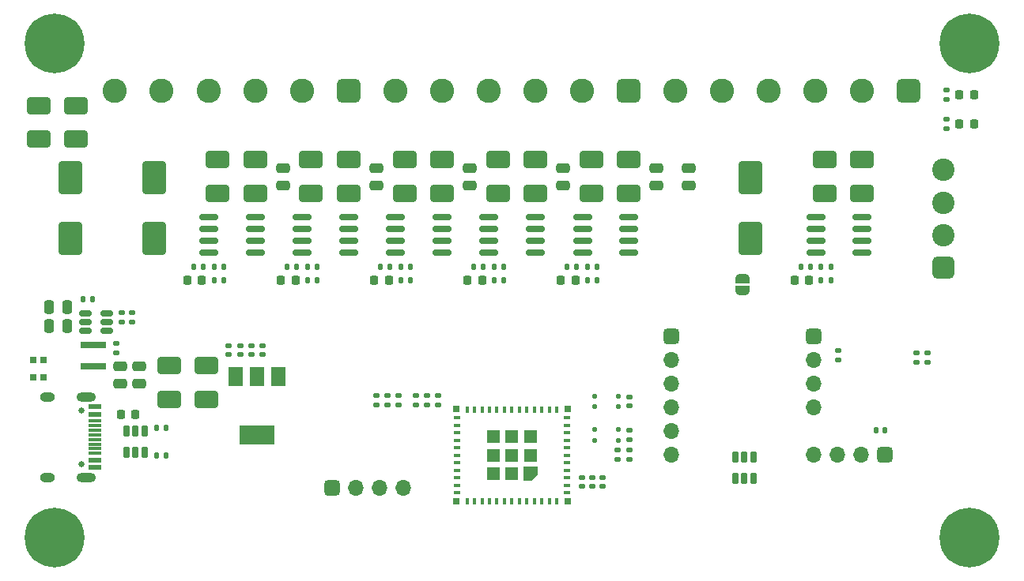
<source format=gbr>
%TF.GenerationSoftware,KiCad,Pcbnew,7.0.9*%
%TF.CreationDate,2023-12-10T19:04:27+01:00*%
%TF.ProjectId,ledctrl,6c656463-7472-46c2-9e6b-696361645f70,rev?*%
%TF.SameCoordinates,Original*%
%TF.FileFunction,Soldermask,Top*%
%TF.FilePolarity,Negative*%
%FSLAX46Y46*%
G04 Gerber Fmt 4.6, Leading zero omitted, Abs format (unit mm)*
G04 Created by KiCad (PCBNEW 7.0.9) date 2023-12-10 19:04:27*
%MOMM*%
%LPD*%
G01*
G04 APERTURE LIST*
G04 Aperture macros list*
%AMRoundRect*
0 Rectangle with rounded corners*
0 $1 Rounding radius*
0 $2 $3 $4 $5 $6 $7 $8 $9 X,Y pos of 4 corners*
0 Add a 4 corners polygon primitive as box body*
4,1,4,$2,$3,$4,$5,$6,$7,$8,$9,$2,$3,0*
0 Add four circle primitives for the rounded corners*
1,1,$1+$1,$2,$3*
1,1,$1+$1,$4,$5*
1,1,$1+$1,$6,$7*
1,1,$1+$1,$8,$9*
0 Add four rect primitives between the rounded corners*
20,1,$1+$1,$2,$3,$4,$5,0*
20,1,$1+$1,$4,$5,$6,$7,0*
20,1,$1+$1,$6,$7,$8,$9,0*
20,1,$1+$1,$8,$9,$2,$3,0*%
%AMFreePoly0*
4,1,19,0.500000,-0.750000,0.000000,-0.750000,0.000000,-0.744911,-0.071157,-0.744911,-0.207708,-0.704816,-0.327430,-0.627875,-0.420627,-0.520320,-0.479746,-0.390866,-0.500000,-0.250000,-0.500000,0.250000,-0.479746,0.390866,-0.420627,0.520320,-0.327430,0.627875,-0.207708,0.704816,-0.071157,0.744911,0.000000,0.744911,0.000000,0.750000,0.500000,0.750000,0.500000,-0.750000,0.500000,-0.750000,
$1*%
%AMFreePoly1*
4,1,19,0.000000,0.744911,0.071157,0.744911,0.207708,0.704816,0.327430,0.627875,0.420627,0.520320,0.479746,0.390866,0.500000,0.250000,0.500000,-0.250000,0.479746,-0.390866,0.420627,-0.520320,0.327430,-0.627875,0.207708,-0.704816,0.071157,-0.744911,0.000000,-0.744911,0.000000,-0.750000,-0.500000,-0.750000,-0.500000,0.750000,0.000000,0.750000,0.000000,0.744911,0.000000,0.744911,
$1*%
%AMFreePoly2*
4,1,6,0.725000,-0.725000,-0.725000,-0.725000,-0.725000,0.125000,-0.125000,0.725000,0.725000,0.725000,0.725000,-0.725000,0.725000,-0.725000,$1*%
G04 Aperture macros list end*
%ADD10RoundRect,0.600000X0.600000X-0.600000X0.600000X0.600000X-0.600000X0.600000X-0.600000X-0.600000X0*%
%ADD11C,2.400000*%
%ADD12C,0.650000*%
%ADD13R,1.450000X0.600000*%
%ADD14R,1.450000X0.300000*%
%ADD15O,2.100000X1.000000*%
%ADD16O,1.600000X1.000000*%
%ADD17RoundRect,0.135000X0.135000X0.185000X-0.135000X0.185000X-0.135000X-0.185000X0.135000X-0.185000X0*%
%ADD18RoundRect,0.425000X0.425000X-0.425000X0.425000X0.425000X-0.425000X0.425000X-0.425000X-0.425000X0*%
%ADD19O,1.700000X1.700000*%
%ADD20RoundRect,0.140000X-0.170000X0.140000X-0.170000X-0.140000X0.170000X-0.140000X0.170000X0.140000X0*%
%ADD21RoundRect,0.218750X-0.218750X-0.256250X0.218750X-0.256250X0.218750X0.256250X-0.218750X0.256250X0*%
%ADD22RoundRect,0.250000X1.000000X0.650000X-1.000000X0.650000X-1.000000X-0.650000X1.000000X-0.650000X0*%
%ADD23RoundRect,0.150000X-0.825000X-0.150000X0.825000X-0.150000X0.825000X0.150000X-0.825000X0.150000X0*%
%ADD24RoundRect,0.425000X-0.425000X0.425000X-0.425000X-0.425000X0.425000X-0.425000X0.425000X0.425000X0*%
%ADD25RoundRect,0.137500X-0.137500X-0.147500X0.137500X-0.147500X0.137500X0.147500X-0.137500X0.147500X0*%
%ADD26RoundRect,0.135000X0.185000X-0.135000X0.185000X0.135000X-0.185000X0.135000X-0.185000X-0.135000X0*%
%ADD27RoundRect,0.140000X0.170000X-0.140000X0.170000X0.140000X-0.170000X0.140000X-0.170000X-0.140000X0*%
%ADD28R,1.500000X2.000000*%
%ADD29R,3.800000X2.000000*%
%ADD30RoundRect,0.650000X0.650000X0.650000X-0.650000X0.650000X-0.650000X-0.650000X0.650000X-0.650000X0*%
%ADD31C,2.600000*%
%ADD32RoundRect,0.250000X-0.475000X0.250000X-0.475000X-0.250000X0.475000X-0.250000X0.475000X0.250000X0*%
%ADD33C,0.800000*%
%ADD34C,6.400000*%
%ADD35RoundRect,0.250000X0.250000X0.475000X-0.250000X0.475000X-0.250000X-0.475000X0.250000X-0.475000X0*%
%ADD36RoundRect,0.135000X-0.185000X0.135000X-0.185000X-0.135000X0.185000X-0.135000X0.185000X0.135000X0*%
%ADD37RoundRect,0.250000X-1.000000X-0.650000X1.000000X-0.650000X1.000000X0.650000X-1.000000X0.650000X0*%
%ADD38RoundRect,0.425000X-0.425000X-0.425000X0.425000X-0.425000X0.425000X0.425000X-0.425000X0.425000X0*%
%ADD39RoundRect,0.218750X0.218750X0.256250X-0.218750X0.256250X-0.218750X-0.256250X0.218750X-0.256250X0*%
%ADD40RoundRect,0.250000X-1.000000X1.500000X-1.000000X-1.500000X1.000000X-1.500000X1.000000X1.500000X0*%
%ADD41FreePoly0,270.000000*%
%ADD42FreePoly1,270.000000*%
%ADD43RoundRect,0.150000X0.150000X-0.475000X0.150000X0.475000X-0.150000X0.475000X-0.150000X-0.475000X0*%
%ADD44RoundRect,0.135000X-0.135000X-0.185000X0.135000X-0.185000X0.135000X0.185000X-0.135000X0.185000X0*%
%ADD45R,2.700000X0.800000*%
%ADD46RoundRect,0.105000X-0.245000X0.245000X-0.245000X-0.245000X0.245000X-0.245000X0.245000X0.245000X0*%
%ADD47R,0.800000X0.400000*%
%ADD48R,0.400000X0.800000*%
%ADD49FreePoly2,180.000000*%
%ADD50R,1.450000X1.450000*%
%ADD51R,0.700000X0.700000*%
%ADD52RoundRect,0.140000X0.140000X0.170000X-0.140000X0.170000X-0.140000X-0.170000X0.140000X-0.170000X0*%
%ADD53RoundRect,0.150000X0.512500X0.150000X-0.512500X0.150000X-0.512500X-0.150000X0.512500X-0.150000X0*%
G04 APERTURE END LIST*
D10*
%TO.C,J9*%
X88700000Y-19000000D03*
D11*
X88700000Y-15500000D03*
X88700000Y-12000000D03*
X88700000Y-8500000D03*
%TD*%
D12*
%TO.C,J4*%
X-3600000Y-34260000D03*
X-3600000Y-40040000D03*
D13*
X-2155000Y-33900000D03*
X-2155000Y-34700000D03*
D14*
X-2155000Y-35900000D03*
X-2155000Y-36900000D03*
X-2155000Y-37400000D03*
X-2155000Y-38400000D03*
D13*
X-2155000Y-39600000D03*
X-2155000Y-40400000D03*
X-2155000Y-40400000D03*
X-2155000Y-39600000D03*
D14*
X-2155000Y-38900000D03*
X-2155000Y-37900000D03*
X-2155000Y-36400000D03*
X-2155000Y-35400000D03*
D13*
X-2155000Y-34700000D03*
X-2155000Y-33900000D03*
D15*
X-3070000Y-32830000D03*
D16*
X-7250000Y-32830000D03*
D15*
X-3070000Y-41470000D03*
D16*
X-7250000Y-41470000D03*
%TD*%
D17*
%TO.C,R16*%
X11635000Y-18900000D03*
X10615000Y-18900000D03*
%TD*%
D18*
%TO.C,J5*%
X23280000Y-42600000D03*
D19*
X25820000Y-42600000D03*
X28360000Y-42600000D03*
X30900000Y-42600000D03*
%TD*%
D20*
%TO.C,C3*%
X100000Y-27120000D03*
X100000Y-28080000D03*
%TD*%
D21*
%TO.C,D20*%
X7737499Y-20300001D03*
X9312499Y-20300001D03*
%TD*%
D17*
%TO.C,R22*%
X11635000Y-20300000D03*
X10615000Y-20300000D03*
%TD*%
%TO.C,R19*%
X41634999Y-18900000D03*
X40614999Y-18900000D03*
%TD*%
D22*
%TO.C,D5*%
X9800000Y-33100000D03*
X5800000Y-33100000D03*
%TD*%
D23*
%TO.C,Q4*%
X40050000Y-13595000D03*
X40050000Y-14865000D03*
X40050000Y-16135000D03*
X40050000Y-17405000D03*
X45000000Y-17405000D03*
X45000000Y-16135000D03*
X45000000Y-14865000D03*
X45000000Y-13595000D03*
%TD*%
D17*
%TO.C,R29*%
X39435001Y-18900000D03*
X38415001Y-18900000D03*
%TD*%
D24*
%TO.C,J7*%
X82420000Y-39000000D03*
D19*
X79880000Y-39000000D03*
X77340000Y-39000000D03*
X74800000Y-39000000D03*
%TD*%
D17*
%TO.C,R30*%
X51635000Y-20300000D03*
X50615000Y-20300000D03*
%TD*%
%TO.C,R21*%
X76635000Y-18900000D03*
X75615000Y-18900000D03*
%TD*%
D25*
%TO.C,SW1*%
X51375000Y-32740000D03*
X53925000Y-32740000D03*
X51375000Y-33900000D03*
X53925000Y-33900000D03*
%TD*%
D26*
%TO.C,R15*%
X28000000Y-33710000D03*
X28000000Y-32690000D03*
%TD*%
%TO.C,R12*%
X32200000Y-33709999D03*
X32200000Y-32689999D03*
%TD*%
D27*
%TO.C,C6*%
X12200000Y-28280000D03*
X12200000Y-27320000D03*
%TD*%
D20*
%TO.C,C19*%
X52200000Y-41500001D03*
X52200000Y-42460001D03*
%TD*%
D28*
%TO.C,U3*%
X17500000Y-30650000D03*
X15200000Y-30650000D03*
D29*
X15200000Y-36950000D03*
D28*
X12900000Y-30650000D03*
%TD*%
D30*
%TO.C,J2*%
X55000000Y0D03*
D31*
X50000000Y0D03*
X45000000Y0D03*
X40000000Y0D03*
X35000000Y0D03*
X30000000Y0D03*
%TD*%
D17*
%TO.C,R20*%
X51634999Y-18900000D03*
X50614999Y-18900000D03*
%TD*%
D22*
%TO.C,D14*%
X15000000Y-11000000D03*
X11000000Y-11000000D03*
%TD*%
D27*
%TO.C,C9*%
X15800000Y-28280000D03*
X15800000Y-27320000D03*
%TD*%
D22*
%TO.C,D15*%
X25000000Y-11000000D03*
X21000000Y-11000000D03*
%TD*%
D23*
%TO.C,Q1*%
X10050000Y-13595000D03*
X10050000Y-14865000D03*
X10050000Y-16135000D03*
X10050000Y-17405000D03*
X15000000Y-17405000D03*
X15000000Y-16135000D03*
X15000000Y-14865000D03*
X15000000Y-13595000D03*
%TD*%
D32*
%TO.C,C4*%
X600000Y-29550000D03*
X600000Y-31450000D03*
%TD*%
D33*
%TO.C,H2*%
X89100000Y5100000D03*
X89802944Y6797056D03*
X89802944Y3402944D03*
X91500000Y7500000D03*
D34*
X91500000Y5100000D03*
D33*
X91500000Y2700000D03*
X93197056Y6797056D03*
X93197056Y3402944D03*
X93900000Y5100000D03*
%TD*%
D21*
%TO.C,D25*%
X72737499Y-20300001D03*
X74312499Y-20300001D03*
%TD*%
D27*
%TO.C,C25*%
X55050000Y-37400000D03*
X55050000Y-36440000D03*
%TD*%
D22*
%TO.C,D16*%
X35000000Y-11000000D03*
X31000000Y-11000000D03*
%TD*%
D17*
%TO.C,R28*%
X41635000Y-20300000D03*
X40615000Y-20300000D03*
%TD*%
D35*
%TO.C,C1*%
X-5150000Y-25200000D03*
X-7050000Y-25200000D03*
%TD*%
D17*
%TO.C,R31*%
X49435001Y-18900000D03*
X48415001Y-18900000D03*
%TD*%
D36*
%TO.C,R5*%
X89000000Y110000D03*
X89000000Y-910000D03*
%TD*%
D32*
%TO.C,C16*%
X58000000Y-8300000D03*
X58000000Y-10200000D03*
%TD*%
D17*
%TO.C,R17*%
X21634999Y-18900000D03*
X20614999Y-18900000D03*
%TD*%
D30*
%TO.C,J3*%
X85000000Y0D03*
D31*
X80000000Y0D03*
X75000000Y0D03*
X70000000Y0D03*
X65000000Y0D03*
X60000000Y0D03*
%TD*%
D21*
%TO.C,D23*%
X37737499Y-20300001D03*
X39312499Y-20300001D03*
%TD*%
%TO.C,D22*%
X27737499Y-20300001D03*
X29312499Y-20300001D03*
%TD*%
D26*
%TO.C,R10*%
X34600000Y-33709999D03*
X34600000Y-32689999D03*
%TD*%
D22*
%TO.C,D19*%
X80000000Y-11000000D03*
X76000000Y-11000000D03*
%TD*%
D37*
%TO.C,D9*%
X21000000Y-7400000D03*
X25000000Y-7400000D03*
%TD*%
D36*
%TO.C,R3*%
X700000Y-23780000D03*
X700000Y-24800000D03*
%TD*%
D23*
%TO.C,Q6*%
X75050000Y-13595000D03*
X75050000Y-14865000D03*
X75050000Y-16135000D03*
X75050000Y-17405000D03*
X80000000Y-17405000D03*
X80000000Y-16135000D03*
X80000000Y-14865000D03*
X80000000Y-13595000D03*
%TD*%
D38*
%TO.C,J8*%
X59560000Y-26300000D03*
D19*
X59560000Y-28840000D03*
X59560000Y-31380000D03*
X59560000Y-33920000D03*
X59560000Y-36460000D03*
X59560000Y-39000000D03*
%TD*%
D17*
%TO.C,R26*%
X31635000Y-20300000D03*
X30615000Y-20300000D03*
%TD*%
%TO.C,R33*%
X74435001Y-18900000D03*
X73415001Y-18900000D03*
%TD*%
D39*
%TO.C,D3*%
X91987500Y-3600000D03*
X90412500Y-3600000D03*
%TD*%
D37*
%TO.C,D12*%
X51000000Y-7400000D03*
X55000000Y-7400000D03*
%TD*%
D32*
%TO.C,C12*%
X18000000Y-8300000D03*
X18000000Y-10200000D03*
%TD*%
D23*
%TO.C,Q2*%
X20050000Y-13595000D03*
X20050000Y-14865000D03*
X20050000Y-16135000D03*
X20050000Y-17405000D03*
X25000000Y-17405000D03*
X25000000Y-16135000D03*
X25000000Y-14865000D03*
X25000000Y-13595000D03*
%TD*%
D26*
%TO.C,R2*%
X1800000Y-24800000D03*
X1800000Y-23780000D03*
%TD*%
D27*
%TO.C,C22*%
X77400000Y-28840000D03*
X77400000Y-27880000D03*
%TD*%
D32*
%TO.C,C13*%
X28000000Y-8300000D03*
X28000000Y-10200000D03*
%TD*%
D37*
%TO.C,D2*%
X-8200000Y-1600000D03*
X-4200000Y-1600000D03*
%TD*%
D40*
%TO.C,C11*%
X4200000Y-9350000D03*
X4200000Y-15850000D03*
%TD*%
%TO.C,C10*%
X-4800000Y-9349999D03*
X-4800000Y-15849999D03*
%TD*%
D37*
%TO.C,D10*%
X31000000Y-7400000D03*
X35000000Y-7400000D03*
%TD*%
D32*
%TO.C,C14*%
X38000000Y-8300000D03*
X38000000Y-10200000D03*
%TD*%
D17*
%TO.C,R23*%
X9435000Y-18900000D03*
X8415000Y-18900000D03*
%TD*%
D26*
%TO.C,R35*%
X85800000Y-29110000D03*
X85800000Y-28090000D03*
%TD*%
D17*
%TO.C,R27*%
X29435001Y-18900000D03*
X28415001Y-18900000D03*
%TD*%
D41*
%TO.C,JP1*%
X67200000Y-20150000D03*
D42*
X67200000Y-21450000D03*
%TD*%
D43*
%TO.C,U5*%
X66450000Y-41615000D03*
X67400000Y-41615000D03*
X68350000Y-41615000D03*
X68350000Y-39265000D03*
X67400000Y-39265000D03*
X66450000Y-39265000D03*
%TD*%
D17*
%TO.C,R25*%
X19435001Y-18900000D03*
X18415001Y-18900000D03*
%TD*%
D27*
%TO.C,C8*%
X14600000Y-28280000D03*
X14600000Y-27320000D03*
%TD*%
D39*
%TO.C,D4*%
X91987500Y-400000D03*
X90412500Y-400000D03*
%TD*%
D38*
%TO.C,J6*%
X74800000Y-26300000D03*
D19*
X74800000Y-28840000D03*
X74800000Y-31380000D03*
X74800000Y-33920000D03*
%TD*%
D37*
%TO.C,D11*%
X41000000Y-7400000D03*
X45000000Y-7400000D03*
%TD*%
D44*
%TO.C,R1*%
X-3410000Y-22400000D03*
X-2390000Y-22400000D03*
%TD*%
D37*
%TO.C,D13*%
X76000000Y-7400000D03*
X80000000Y-7400000D03*
%TD*%
D17*
%TO.C,R24*%
X21635000Y-20300001D03*
X20615000Y-20300001D03*
%TD*%
D22*
%TO.C,D18*%
X55000000Y-11000000D03*
X51000000Y-11000000D03*
%TD*%
D27*
%TO.C,C24*%
X55050000Y-33800000D03*
X55050000Y-32840000D03*
%TD*%
D33*
%TO.C,H3*%
X-8900000Y-47900000D03*
X-8197056Y-46202944D03*
X-8197056Y-49597056D03*
X-6500000Y-45500000D03*
D34*
X-6500000Y-47900000D03*
D33*
X-6500000Y-50300000D03*
X-4802944Y-46202944D03*
X-4802944Y-49597056D03*
X-4100000Y-47900000D03*
%TD*%
D26*
%TO.C,R34*%
X87000000Y-29110000D03*
X87000000Y-28090000D03*
%TD*%
D43*
%TO.C,U2*%
X1250000Y-38825000D03*
X2200000Y-38825000D03*
X3150000Y-38825000D03*
X3150000Y-36475000D03*
X2200000Y-36475000D03*
X1250000Y-36475000D03*
%TD*%
D44*
%TO.C,R6*%
X4490000Y-36150000D03*
X5510000Y-36150000D03*
%TD*%
D26*
%TO.C,R13*%
X30400000Y-33709999D03*
X30400000Y-32689999D03*
%TD*%
D27*
%TO.C,C7*%
X13400000Y-28280000D03*
X13400000Y-27320000D03*
%TD*%
D37*
%TO.C,D1*%
X-8200000Y-5200000D03*
X-4200000Y-5200000D03*
%TD*%
D44*
%TO.C,R7*%
X4490000Y-39150000D03*
X5510000Y-39150000D03*
%TD*%
D17*
%TO.C,R32*%
X76635000Y-20300000D03*
X75615000Y-20300000D03*
%TD*%
D26*
%TO.C,R11*%
X33400000Y-33709999D03*
X33400000Y-32689999D03*
%TD*%
%TO.C,R4*%
X89000000Y-4110000D03*
X89000000Y-3090000D03*
%TD*%
D45*
%TO.C,L1*%
X-2300000Y-29550000D03*
X-2300000Y-27250000D03*
%TD*%
D26*
%TO.C,R8*%
X55050000Y-39510000D03*
X55050000Y-38490000D03*
%TD*%
D36*
%TO.C,R9*%
X53850000Y-38490000D03*
X53850000Y-39510000D03*
%TD*%
D20*
%TO.C,C20*%
X51100000Y-41500001D03*
X51100000Y-42460001D03*
%TD*%
D32*
%TO.C,C5*%
X2600001Y-29550000D03*
X2600001Y-31450000D03*
%TD*%
D21*
%TO.C,D24*%
X47737499Y-20300001D03*
X49312499Y-20300001D03*
%TD*%
D33*
%TO.C,H1*%
X-8900000Y5100000D03*
X-8197056Y6797056D03*
X-8197056Y3402944D03*
X-6500000Y7500000D03*
D34*
X-6500000Y5100000D03*
D33*
X-6500000Y2700000D03*
X-4802944Y6797056D03*
X-4802944Y3402944D03*
X-4100000Y5100000D03*
%TD*%
D22*
%TO.C,D17*%
X45000000Y-11000000D03*
X41000000Y-11000000D03*
%TD*%
D46*
%TO.C,D7*%
X-7650000Y-28920000D03*
X-8750000Y-28920000D03*
X-8750000Y-30750000D03*
X-7650000Y-30750000D03*
%TD*%
D21*
%TO.C,F1*%
X625000Y-34700000D03*
X2200000Y-34700000D03*
%TD*%
D17*
%TO.C,R18*%
X31634999Y-18900000D03*
X30614999Y-18900000D03*
%TD*%
D47*
%TO.C,U4*%
X48400000Y-43100001D03*
X48400000Y-42300001D03*
X48400000Y-41500001D03*
X48400000Y-40700001D03*
X48400000Y-39900001D03*
X48400000Y-39100001D03*
X48400000Y-38300001D03*
X48400000Y-37500001D03*
X48400000Y-36700001D03*
X48400000Y-35900001D03*
X48400000Y-35100001D03*
D48*
X47300000Y-34200001D03*
X46500000Y-34200001D03*
X45700000Y-34200001D03*
X44900000Y-34200001D03*
X44100000Y-34200001D03*
X43300000Y-34200001D03*
X42500000Y-34200001D03*
X41700000Y-34200001D03*
X40900000Y-34200001D03*
X40100000Y-34200001D03*
X39300000Y-34200001D03*
X38500000Y-34200001D03*
X37700000Y-34200001D03*
D47*
X36600000Y-35100001D03*
X36600000Y-35900001D03*
X36600000Y-36700001D03*
X36600000Y-37500001D03*
X36600000Y-38300001D03*
X36600000Y-39100001D03*
X36600000Y-39900001D03*
X36600000Y-40700001D03*
X36600000Y-41500001D03*
X36600000Y-42300001D03*
X36600000Y-43100001D03*
D48*
X37700000Y-44000001D03*
X38500000Y-44000001D03*
X39300000Y-44000001D03*
X40100000Y-44000001D03*
X40900000Y-44000001D03*
X41700000Y-44000001D03*
X42500000Y-44000001D03*
X43300000Y-44000001D03*
X44100000Y-44000001D03*
X44900000Y-44000001D03*
X45700000Y-44000001D03*
X46500000Y-44000001D03*
X47300000Y-44000001D03*
D49*
X44475000Y-41075001D03*
D50*
X44475000Y-39100001D03*
X44475000Y-37125001D03*
X42500000Y-41075001D03*
X42500000Y-39100001D03*
X42500000Y-37125001D03*
X40525000Y-41075001D03*
X40525000Y-39100001D03*
X40525000Y-37125001D03*
D51*
X36550000Y-44050001D03*
X36550000Y-34150001D03*
X48450000Y-34150001D03*
X48450000Y-44050001D03*
%TD*%
D32*
%TO.C,C15*%
X48000000Y-8300000D03*
X48000000Y-10200000D03*
%TD*%
D30*
%TO.C,J1*%
X25000000Y0D03*
D31*
X20000000Y0D03*
X15000000Y0D03*
X10000000Y0D03*
X5000000Y0D03*
X0Y0D03*
%TD*%
D52*
%TO.C,C23*%
X82420000Y-36390000D03*
X81460000Y-36390000D03*
%TD*%
D22*
%TO.C,D6*%
X9800000Y-29500000D03*
X5800000Y-29500000D03*
%TD*%
D26*
%TO.C,R14*%
X29200001Y-33709999D03*
X29200001Y-32689999D03*
%TD*%
D40*
%TO.C,C17*%
X68000000Y-9350000D03*
X68000000Y-15850000D03*
%TD*%
D21*
%TO.C,D21*%
X17737499Y-20300001D03*
X19312499Y-20300001D03*
%TD*%
D33*
%TO.C,H4*%
X89100000Y-47900000D03*
X89802944Y-46202944D03*
X89802944Y-49597056D03*
X91500000Y-45500000D03*
D34*
X91500000Y-47900000D03*
D33*
X91500000Y-50300000D03*
X93197056Y-46202944D03*
X93197056Y-49597056D03*
X93900000Y-47900000D03*
%TD*%
D37*
%TO.C,D8*%
X11000000Y-7400000D03*
X15000000Y-7400000D03*
%TD*%
D32*
%TO.C,C18*%
X61400000Y-8300000D03*
X61400000Y-10200000D03*
%TD*%
D25*
%TO.C,SW2*%
X51375000Y-36340000D03*
X53925000Y-36340000D03*
X51375000Y-37500000D03*
X53925000Y-37500000D03*
%TD*%
D20*
%TO.C,C21*%
X50000000Y-41500001D03*
X50000000Y-42460001D03*
%TD*%
D35*
%TO.C,C2*%
X-5150000Y-23200000D03*
X-7050000Y-23200000D03*
%TD*%
D23*
%TO.C,Q3*%
X30050000Y-13595000D03*
X30050000Y-14865000D03*
X30050000Y-16135000D03*
X30050000Y-17405000D03*
X35000000Y-17405000D03*
X35000000Y-16135000D03*
X35000000Y-14865000D03*
X35000000Y-13595000D03*
%TD*%
%TO.C,Q5*%
X50050000Y-13595000D03*
X50050000Y-14865000D03*
X50050000Y-16135000D03*
X50050000Y-17405000D03*
X55000000Y-17405000D03*
X55000000Y-16135000D03*
X55000000Y-14865000D03*
X55000000Y-13595000D03*
%TD*%
D53*
%TO.C,U1*%
X-862500Y-25750000D03*
X-862500Y-24800000D03*
X-862500Y-23850000D03*
X-3137500Y-23850000D03*
X-3137500Y-24800000D03*
X-3137500Y-25750000D03*
%TD*%
M02*

</source>
